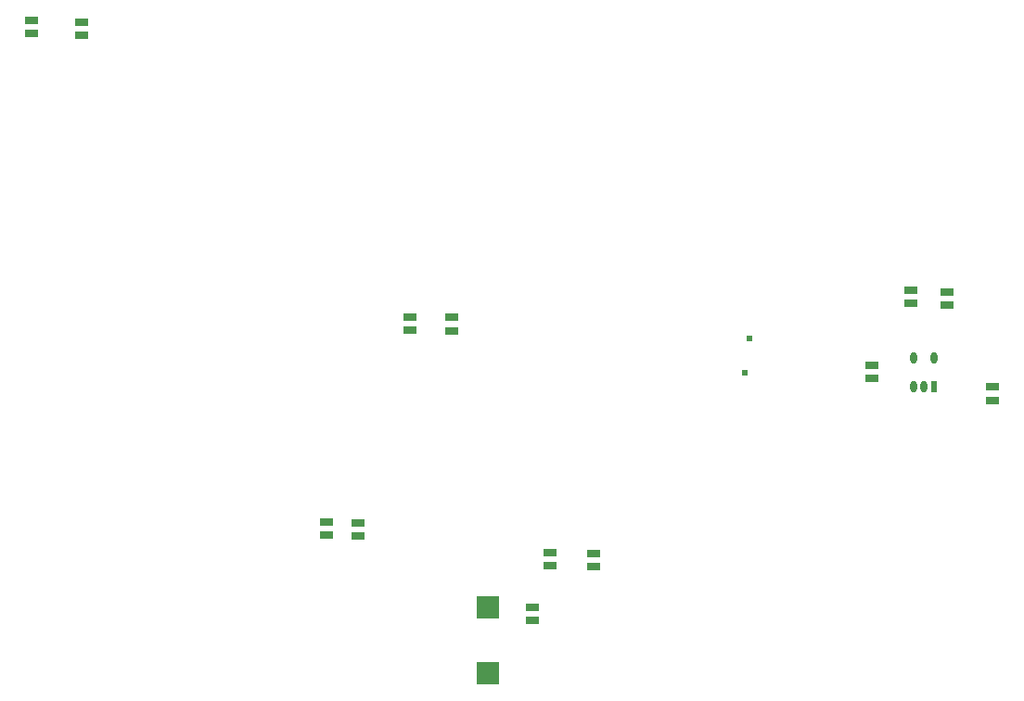
<source format=gbp>
%FSTAX23Y23*%
%MOIN*%
%SFA1B1*%

%IPPOS*%
%ADD13R,0.051181X0.027559*%
%ADD22R,0.023622X0.019685*%
%ADD48R,0.078740X0.078740*%
%ADD58O,0.023622X0.043307*%
%ADD59R,0.023622X0.043307*%
%LNpcb1-1*%
%LPD*%
G54D13*
X0436Y02287D03*
Y02335D03*
X04475Y02285D03*
Y02332D03*
X051Y01981D03*
Y02028D03*
X05165Y02177D03*
Y02225D03*
X0348Y04086D03*
Y04133D03*
X033Y04091D03*
Y04138D03*
X0646Y03121D03*
Y03168D03*
X06755Y0282D03*
Y02772D03*
X0632Y02851D03*
Y02898D03*
X0659Y03163D03*
Y03116D03*
X0466Y03026D03*
Y03073D03*
X0481Y03022D03*
Y0307D03*
X0532Y02223D03*
Y02176D03*
G54D22*
X0588Y02995D03*
X05865Y0287D03*
G54D48*
X0494Y02028D03*
Y01791D03*
G54D58*
X0647Y02925D03*
X06545D03*
X0647Y02822D03*
X06507D03*
G54D59*
X06545Y02822D03*
M02*
</source>
